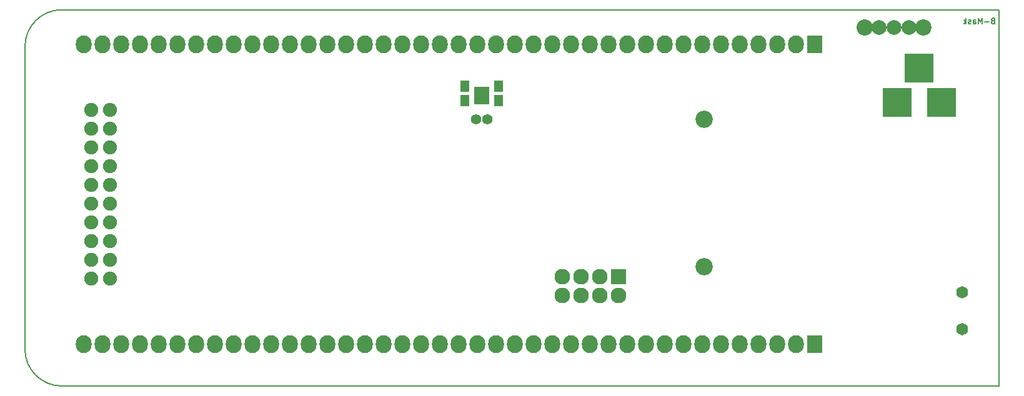
<source format=gbr>
G04 #@! TF.FileFunction,Soldermask,Bot*
%FSLAX46Y46*%
G04 Gerber Fmt 4.6, Leading zero omitted, Abs format (unit mm)*
G04 Created by KiCad (PCBNEW (2015-01-16 BZR 5376)-product) date 7/24/2015 3:20:05 PM*
%MOMM*%
G01*
G04 APERTURE LIST*
%ADD10C,0.100000*%
%ADD11C,0.190500*%
%ADD12C,0.150000*%
%ADD13C,1.400760*%
%ADD14R,2.000000X2.400000*%
%ADD15C,2.348180*%
%ADD16R,1.150000X1.600000*%
%ADD17R,3.900120X3.900120*%
%ADD18R,2.127200X2.432000*%
%ADD19O,2.127200X2.432000*%
%ADD20C,1.906220*%
%ADD21R,2.127200X2.127200*%
%ADD22O,2.127200X2.127200*%
%ADD23C,2.000000*%
%ADD24C,2.200000*%
%ADD25O,1.600000X1.650000*%
G04 APERTURE END LIST*
D10*
D11*
X190155285Y-42490571D02*
X190046428Y-42526857D01*
X190010143Y-42563143D01*
X189973857Y-42635714D01*
X189973857Y-42744571D01*
X190010143Y-42817143D01*
X190046428Y-42853429D01*
X190119000Y-42889714D01*
X190409285Y-42889714D01*
X190409285Y-42127714D01*
X190155285Y-42127714D01*
X190082714Y-42164000D01*
X190046428Y-42200286D01*
X190010143Y-42272857D01*
X190010143Y-42345429D01*
X190046428Y-42418000D01*
X190082714Y-42454286D01*
X190155285Y-42490571D01*
X190409285Y-42490571D01*
X189647285Y-42599429D02*
X189066714Y-42599429D01*
X188703856Y-42889714D02*
X188703856Y-42127714D01*
X188449856Y-42672000D01*
X188195856Y-42127714D01*
X188195856Y-42889714D01*
X187506428Y-42889714D02*
X187506428Y-42490571D01*
X187542714Y-42418000D01*
X187615285Y-42381714D01*
X187760428Y-42381714D01*
X187832999Y-42418000D01*
X187506428Y-42853429D02*
X187578999Y-42889714D01*
X187760428Y-42889714D01*
X187832999Y-42853429D01*
X187869285Y-42780857D01*
X187869285Y-42708286D01*
X187832999Y-42635714D01*
X187760428Y-42599429D01*
X187578999Y-42599429D01*
X187506428Y-42563143D01*
X187179856Y-42853429D02*
X187107285Y-42889714D01*
X186962142Y-42889714D01*
X186889570Y-42853429D01*
X186853285Y-42780857D01*
X186853285Y-42744571D01*
X186889570Y-42672000D01*
X186962142Y-42635714D01*
X187070999Y-42635714D01*
X187143570Y-42599429D01*
X187179856Y-42526857D01*
X187179856Y-42490571D01*
X187143570Y-42418000D01*
X187070999Y-42381714D01*
X186962142Y-42381714D01*
X186889570Y-42418000D01*
X186526713Y-42889714D02*
X186526713Y-42127714D01*
X186454142Y-42599429D02*
X186236428Y-42889714D01*
X186236428Y-42381714D02*
X186526713Y-42672000D01*
D12*
X64000000Y-92000000D02*
X191000000Y-92000000D01*
X59000000Y-46000000D02*
X59000000Y-87000000D01*
X64000000Y-41000000D02*
X191000000Y-41000000D01*
X59000000Y-87000000D02*
G75*
G03X64000000Y-92000000I5000000J0D01*
G01*
X64000000Y-41000000D02*
G75*
G03X59000000Y-46000000I0J-5000000D01*
G01*
X191000000Y-41000000D02*
X191000000Y-92000000D01*
D13*
X121653300Y-55880000D03*
X120154700Y-55880000D03*
D14*
X120904000Y-52630000D03*
D15*
X151003000Y-55819040D03*
X151003000Y-75819000D03*
D16*
X123190000Y-53274000D03*
X123190000Y-51374000D03*
X118618000Y-53274000D03*
X118618000Y-51374000D03*
D17*
X177187860Y-53594000D03*
X183187340Y-53594000D03*
X180187600Y-48895000D03*
D18*
X165989000Y-86360000D03*
D19*
X163449000Y-86360000D03*
X160909000Y-86360000D03*
X158369000Y-86360000D03*
X155829000Y-86360000D03*
X153289000Y-86360000D03*
X150749000Y-86360000D03*
X148209000Y-86360000D03*
X145669000Y-86360000D03*
X143129000Y-86360000D03*
X140589000Y-86360000D03*
X138049000Y-86360000D03*
X135509000Y-86360000D03*
X132969000Y-86360000D03*
X130429000Y-86360000D03*
X127889000Y-86360000D03*
X125349000Y-86360000D03*
X122809000Y-86360000D03*
X120269000Y-86360000D03*
X117729000Y-86360000D03*
X115189000Y-86360000D03*
X112649000Y-86360000D03*
X110109000Y-86360000D03*
X107569000Y-86360000D03*
X105029000Y-86360000D03*
X102489000Y-86360000D03*
X99949000Y-86360000D03*
X97409000Y-86360000D03*
X94869000Y-86360000D03*
X92329000Y-86360000D03*
X89789000Y-86360000D03*
X87249000Y-86360000D03*
X84709000Y-86360000D03*
X82169000Y-86360000D03*
X79629000Y-86360000D03*
X77089000Y-86360000D03*
X74549000Y-86360000D03*
X72009000Y-86360000D03*
X69469000Y-86360000D03*
X66929000Y-86360000D03*
D20*
X70520000Y-77430000D03*
X67980000Y-77430000D03*
X70520000Y-74890000D03*
X67980000Y-74890000D03*
X70520000Y-72350000D03*
X67980000Y-72350000D03*
X70520000Y-69810000D03*
X67980000Y-69810000D03*
X70520000Y-67270000D03*
X67980000Y-67270000D03*
X70520000Y-64730000D03*
X67980000Y-64730000D03*
X70520000Y-62190000D03*
X67980000Y-62190000D03*
X70520000Y-59650000D03*
X67980000Y-59650000D03*
X70520000Y-57110000D03*
X67980000Y-57110000D03*
X70520000Y-54570000D03*
X67980000Y-54570000D03*
D18*
X165989000Y-45720000D03*
D19*
X163449000Y-45720000D03*
X160909000Y-45720000D03*
X158369000Y-45720000D03*
X155829000Y-45720000D03*
X153289000Y-45720000D03*
X150749000Y-45720000D03*
X148209000Y-45720000D03*
X145669000Y-45720000D03*
X143129000Y-45720000D03*
X140589000Y-45720000D03*
X138049000Y-45720000D03*
X135509000Y-45720000D03*
X132969000Y-45720000D03*
X130429000Y-45720000D03*
X127889000Y-45720000D03*
X125349000Y-45720000D03*
X122809000Y-45720000D03*
X120269000Y-45720000D03*
X117729000Y-45720000D03*
X115189000Y-45720000D03*
X112649000Y-45720000D03*
X110109000Y-45720000D03*
X107569000Y-45720000D03*
X105029000Y-45720000D03*
X102489000Y-45720000D03*
X99949000Y-45720000D03*
X97409000Y-45720000D03*
X94869000Y-45720000D03*
X92329000Y-45720000D03*
X89789000Y-45720000D03*
X87249000Y-45720000D03*
X84709000Y-45720000D03*
X82169000Y-45720000D03*
X79629000Y-45720000D03*
X77089000Y-45720000D03*
X74549000Y-45720000D03*
X72009000Y-45720000D03*
X69469000Y-45720000D03*
X66929000Y-45720000D03*
D21*
X139446000Y-77216000D03*
D22*
X139446000Y-79756000D03*
X136906000Y-77216000D03*
X136906000Y-79756000D03*
X134366000Y-77216000D03*
X134366000Y-79756000D03*
X131826000Y-77216000D03*
X131826000Y-79756000D03*
D23*
X178784000Y-43434000D03*
X176784000Y-43434000D03*
X174784000Y-43434000D03*
D24*
X172784000Y-43434000D03*
X180784000Y-43434000D03*
D25*
X186000000Y-84308800D03*
X186000000Y-79308800D03*
M02*

</source>
